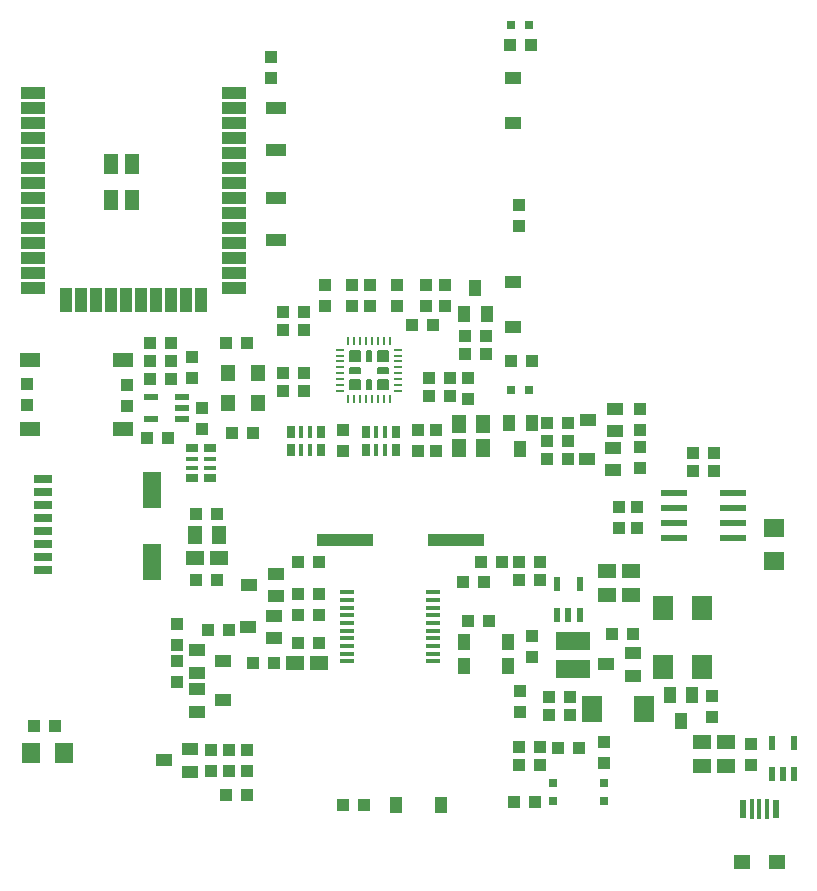
<source format=gbr>
G04 #@! TF.GenerationSoftware,KiCad,Pcbnew,5.1.5-52549c5~84~ubuntu18.04.1*
G04 #@! TF.CreationDate,2020-03-18T15:45:27+02:00*
G04 #@! TF.ProjectId,ESP32-EVB_Rev_I,45535033-322d-4455-9642-5f5265765f49,I*
G04 #@! TF.SameCoordinates,Original*
G04 #@! TF.FileFunction,Paste,Top*
G04 #@! TF.FilePolarity,Positive*
%FSLAX46Y46*%
G04 Gerber Fmt 4.6, Leading zero omitted, Abs format (unit mm)*
G04 Created by KiCad (PCBNEW 5.1.5-52549c5~84~ubuntu18.04.1) date 2020-03-18 15:45:27*
%MOMM*%
%LPD*%
G04 APERTURE LIST*
%ADD10C,0.200000*%
%ADD11R,1.500000X3.100000*%
%ADD12R,1.500000X0.800000*%
%ADD13R,1.778000X1.270000*%
%ADD14R,2.200000X0.600000*%
%ADD15R,1.200000X1.400000*%
%ADD16R,1.016000X1.016000*%
%ADD17R,0.500000X1.650000*%
%ADD18R,0.396120X1.721120*%
%ADD19R,1.354000X1.254000*%
%ADD20R,1.524000X1.270000*%
%ADD21R,1.778000X2.286000*%
%ADD22R,1.400000X1.000000*%
%ADD23R,1.524000X1.778000*%
%ADD24R,1.778000X1.524000*%
%ADD25R,4.826000X1.100000*%
%ADD26R,1.700000X2.000000*%
%ADD27R,1.778000X1.016000*%
%ADD28R,0.800000X0.800000*%
%ADD29R,1.270000X1.524000*%
%ADD30R,0.230000X0.780000*%
%ADD31R,0.780000X0.230000*%
%ADD32R,1.270000X0.325000*%
%ADD33R,2.101600X1.001600*%
%ADD34R,1.001600X2.101600*%
%ADD35R,1.200000X1.800000*%
%ADD36R,1.016000X0.381000*%
%ADD37R,1.016000X0.635000*%
%ADD38R,0.381000X1.016000*%
%ADD39R,0.635000X1.016000*%
%ADD40R,0.550000X1.200000*%
%ADD41R,1.000000X1.400000*%
%ADD42R,1.200000X0.550000*%
%ADD43R,3.000000X1.600000*%
G04 APERTURE END LIST*
D10*
X101549000Y-97244000D02*
X101549000Y-96444000D01*
X100749000Y-97244000D02*
X101549000Y-97244000D01*
X100749000Y-96444000D02*
X100749000Y-97244000D01*
X101549000Y-96444000D02*
X100749000Y-96444000D01*
X101549000Y-96544000D02*
X100749000Y-96544000D01*
X101549000Y-96644000D02*
X100749000Y-96644000D01*
X101549000Y-96744000D02*
X100749000Y-96744000D01*
X101549000Y-96844000D02*
X100749000Y-96844000D01*
X101549000Y-96944000D02*
X100749000Y-96944000D01*
X101549000Y-97044000D02*
X100749000Y-97044000D01*
X101549000Y-97144000D02*
X100749000Y-97144000D01*
X99149000Y-97144000D02*
X98349000Y-97144000D01*
X99149000Y-97044000D02*
X98349000Y-97044000D01*
X99149000Y-96944000D02*
X98349000Y-96944000D01*
X99149000Y-96844000D02*
X98349000Y-96844000D01*
X99149000Y-96744000D02*
X98349000Y-96744000D01*
X99149000Y-96644000D02*
X98349000Y-96644000D01*
X99149000Y-96544000D02*
X98349000Y-96544000D01*
X99149000Y-96444000D02*
X98349000Y-96444000D01*
X98349000Y-96444000D02*
X98349000Y-97244000D01*
X98349000Y-97244000D02*
X99149000Y-97244000D01*
X99149000Y-97244000D02*
X99149000Y-96444000D01*
X101549000Y-99544000D02*
X100749000Y-99544000D01*
X101549000Y-99444000D02*
X100749000Y-99444000D01*
X101549000Y-99344000D02*
X100749000Y-99344000D01*
X101549000Y-99244000D02*
X100749000Y-99244000D01*
X101549000Y-99144000D02*
X100749000Y-99144000D01*
X101549000Y-99044000D02*
X100749000Y-99044000D01*
X101549000Y-98944000D02*
X100749000Y-98944000D01*
X101549000Y-98844000D02*
X100749000Y-98844000D01*
X100749000Y-98844000D02*
X100749000Y-99644000D01*
X100749000Y-99644000D02*
X101549000Y-99644000D01*
X101549000Y-99644000D02*
X101549000Y-98844000D01*
X99149000Y-99644000D02*
X99149000Y-98844000D01*
X98349000Y-99644000D02*
X99149000Y-99644000D01*
X98349000Y-98844000D02*
X98349000Y-99644000D01*
X99149000Y-98844000D02*
X98349000Y-98844000D01*
X99149000Y-98944000D02*
X98349000Y-98944000D01*
X99149000Y-99044000D02*
X98349000Y-99044000D01*
X99149000Y-99144000D02*
X98349000Y-99144000D01*
X99149000Y-99244000D02*
X98349000Y-99244000D01*
X99149000Y-99344000D02*
X98349000Y-99344000D01*
X99149000Y-99444000D02*
X98349000Y-99444000D01*
X99149000Y-99544000D02*
X98349000Y-99544000D01*
X99749000Y-96444000D02*
X100149000Y-96444000D01*
X99749000Y-97244000D02*
X99749000Y-96444000D01*
X100149000Y-97244000D02*
X99749000Y-97244000D01*
X100149000Y-96444000D02*
X100149000Y-97244000D01*
X100049000Y-96444000D02*
X100049000Y-97244000D01*
X99949000Y-96444000D02*
X99949000Y-97244000D01*
X99849000Y-96444000D02*
X99849000Y-97244000D01*
X99849000Y-98844000D02*
X99849000Y-99644000D01*
X99949000Y-98844000D02*
X99949000Y-99644000D01*
X100049000Y-98844000D02*
X100049000Y-99644000D01*
X100149000Y-98844000D02*
X100149000Y-99644000D01*
X100149000Y-99644000D02*
X99749000Y-99644000D01*
X99749000Y-99644000D02*
X99749000Y-98844000D01*
X99749000Y-98844000D02*
X100149000Y-98844000D01*
X101549000Y-98244000D02*
X101549000Y-97844000D01*
X100749000Y-98244000D02*
X101549000Y-98244000D01*
X100749000Y-97844000D02*
X100749000Y-98244000D01*
X101549000Y-97844000D02*
X100749000Y-97844000D01*
X101549000Y-97944000D02*
X100749000Y-97944000D01*
X100749000Y-98044000D02*
X101549000Y-98044000D01*
X101549000Y-98144000D02*
X100749000Y-98144000D01*
X99149000Y-98144000D02*
X98349000Y-98144000D01*
X98349000Y-98044000D02*
X99149000Y-98044000D01*
X99149000Y-97944000D02*
X98349000Y-97944000D01*
X99149000Y-97844000D02*
X98349000Y-97844000D01*
X98349000Y-97844000D02*
X98349000Y-98244000D01*
X98349000Y-98244000D02*
X99149000Y-98244000D01*
X99149000Y-98244000D02*
X99149000Y-97844000D01*
D11*
X81577000Y-114275000D03*
X81577000Y-108215000D03*
D12*
X72327000Y-107275000D03*
X72327000Y-108375000D03*
X72327000Y-109475000D03*
X72327000Y-110575000D03*
X72327000Y-111675000D03*
X72327000Y-112775000D03*
X72327000Y-113875000D03*
X72327000Y-114975000D03*
D13*
X71247000Y-102997000D03*
X79121000Y-102997000D03*
X71247000Y-97155000D03*
X79121000Y-97155000D03*
D14*
X130770000Y-108458000D03*
X130770000Y-109728000D03*
X130770000Y-110998000D03*
X130770000Y-112268000D03*
X125770000Y-112268000D03*
X125770000Y-110998000D03*
X125770000Y-109728000D03*
X125770000Y-108458000D03*
D15*
X88011000Y-100838000D03*
X88011000Y-98298000D03*
X90551000Y-98298000D03*
X90551000Y-100838000D03*
D16*
X85344000Y-115824000D03*
X87122000Y-115824000D03*
D17*
X131612500Y-135153000D03*
D18*
X132350000Y-135153000D03*
X133000000Y-135153000D03*
X133650000Y-135153000D03*
D17*
X134387500Y-135153000D03*
D19*
X131500000Y-139703000D03*
X134500000Y-139703000D03*
D20*
X130175000Y-131572000D03*
X130175000Y-129540000D03*
D16*
X104775000Y-92583000D03*
X104775000Y-90805000D03*
D21*
X118854000Y-126746000D03*
X123208000Y-126746000D03*
D16*
X83693000Y-121285000D03*
X83693000Y-119507000D03*
X83693000Y-124460000D03*
X83693000Y-122682000D03*
D22*
X87587000Y-122682000D03*
X85387000Y-123632000D03*
X85387000Y-121732000D03*
X87587000Y-125984000D03*
X85387000Y-126934000D03*
X85387000Y-125034000D03*
D16*
X86360000Y-120015000D03*
X88138000Y-120015000D03*
D20*
X120142000Y-115062000D03*
X120142000Y-117094000D03*
X122174000Y-115062000D03*
X122174000Y-117094000D03*
D16*
X112649000Y-114300000D03*
X114427000Y-114300000D03*
X112649000Y-115824000D03*
X114427000Y-115824000D03*
X119888000Y-129540000D03*
X119888000Y-131318000D03*
X86614000Y-131953000D03*
X86614000Y-130175000D03*
X88138000Y-131953000D03*
X88138000Y-130175000D03*
X84963000Y-96901000D03*
X84963000Y-98679000D03*
D23*
X74168000Y-130429000D03*
X71374000Y-130429000D03*
D16*
X127381000Y-105029000D03*
X129159000Y-105029000D03*
X127381000Y-106553000D03*
X129159000Y-106553000D03*
D24*
X134239000Y-111379000D03*
X134239000Y-114173000D03*
D16*
X83185000Y-98806000D03*
X81407000Y-98806000D03*
X81407000Y-97282000D03*
X83185000Y-97282000D03*
X93980000Y-118745000D03*
X95758000Y-118745000D03*
X129032000Y-127381000D03*
X129032000Y-125603000D03*
D25*
X97917000Y-112395000D03*
X107315000Y-112395000D03*
D26*
X128143000Y-123150000D03*
X128143000Y-118150000D03*
D16*
X79502000Y-99314000D03*
X79502000Y-101092000D03*
X73406000Y-128143000D03*
X71628000Y-128143000D03*
X122682000Y-111379000D03*
X122682000Y-109601000D03*
X121158000Y-111379000D03*
X121158000Y-109601000D03*
X110109000Y-119253000D03*
X108331000Y-119253000D03*
X93980000Y-121158000D03*
X95758000Y-121158000D03*
X111252000Y-114300000D03*
X109474000Y-114300000D03*
X93980000Y-114300000D03*
X95758000Y-114300000D03*
D27*
X92075000Y-75819000D03*
X92075000Y-79375000D03*
X92075000Y-86995000D03*
X92075000Y-83439000D03*
D16*
X85344000Y-110236000D03*
X87122000Y-110236000D03*
X93980000Y-116967000D03*
X95758000Y-116967000D03*
X113792000Y-122301000D03*
X113792000Y-120523000D03*
X92710000Y-93091000D03*
X94488000Y-93091000D03*
X106807000Y-100203000D03*
X105029000Y-100203000D03*
X89662000Y-95758000D03*
X87884000Y-95758000D03*
X107950000Y-115951000D03*
X109728000Y-115951000D03*
X90170000Y-103378000D03*
X88392000Y-103378000D03*
X100076000Y-92583000D03*
X100076000Y-90805000D03*
X102362000Y-92583000D03*
X102362000Y-90805000D03*
X96266000Y-92583000D03*
X96266000Y-90805000D03*
X98552000Y-92583000D03*
X98552000Y-90805000D03*
X112649000Y-85852000D03*
X112649000Y-84074000D03*
X91694000Y-71501000D03*
X91694000Y-73279000D03*
X85852000Y-101219000D03*
X85852000Y-102997000D03*
X97790000Y-134874000D03*
X99568000Y-134874000D03*
X112776000Y-127000000D03*
X112776000Y-125222000D03*
X89662000Y-130175000D03*
X89662000Y-131953000D03*
X89662000Y-133985000D03*
X87884000Y-133985000D03*
X122301000Y-120396000D03*
X120523000Y-120396000D03*
X81153000Y-103759000D03*
X82931000Y-103759000D03*
X83185000Y-95758000D03*
X81407000Y-95758000D03*
X111887000Y-70485000D03*
X113665000Y-70485000D03*
X108077000Y-95123000D03*
X109855000Y-95123000D03*
X108077000Y-96647000D03*
X109855000Y-96647000D03*
X112014000Y-97282000D03*
X113792000Y-97282000D03*
X122936000Y-103124000D03*
X122936000Y-101346000D03*
X122936000Y-104521000D03*
X122936000Y-106299000D03*
D28*
X119888000Y-132969000D03*
X119888000Y-134493000D03*
X113538000Y-68834000D03*
X112014000Y-68834000D03*
X113538000Y-99695000D03*
X112014000Y-99695000D03*
D26*
X124841000Y-118150000D03*
X124841000Y-123150000D03*
D16*
X105029000Y-98679000D03*
X106807000Y-98679000D03*
X92710000Y-98298000D03*
X94488000Y-98298000D03*
X92710000Y-99822000D03*
X94488000Y-99822000D03*
X92710000Y-94615000D03*
X94488000Y-94615000D03*
X105410000Y-94234000D03*
X103632000Y-94234000D03*
X97790000Y-104902000D03*
X97790000Y-103124000D03*
X108331000Y-98679000D03*
X108331000Y-100457000D03*
X106426000Y-92583000D03*
X106426000Y-90805000D03*
D29*
X87249000Y-112014000D03*
X85217000Y-112014000D03*
D16*
X104140000Y-103124000D03*
X104140000Y-104902000D03*
X105664000Y-103124000D03*
X105664000Y-104902000D03*
X116967000Y-127254000D03*
X115189000Y-127254000D03*
X116967000Y-125730000D03*
X115189000Y-125730000D03*
X91948000Y-122809000D03*
X90170000Y-122809000D03*
D20*
X128143000Y-131572000D03*
X128143000Y-129540000D03*
D30*
X98199000Y-95594000D03*
X98699000Y-95594000D03*
X99199000Y-95594000D03*
X99699000Y-95594000D03*
X100199000Y-95594000D03*
X100699000Y-95594000D03*
X101199000Y-95594000D03*
X101699000Y-95594000D03*
D31*
X102399000Y-96294000D03*
X102399000Y-96794000D03*
X102399000Y-97294000D03*
X102399000Y-97794000D03*
X102399000Y-98294000D03*
X102399000Y-98794000D03*
X102399000Y-99294000D03*
X102399000Y-99794000D03*
D30*
X101699000Y-100494000D03*
X101199000Y-100494000D03*
X100699000Y-100494000D03*
X100199000Y-100494000D03*
X99699000Y-100494000D03*
X99199000Y-100494000D03*
X98699000Y-100494000D03*
X98199000Y-100494000D03*
D31*
X97499000Y-99794000D03*
X97499000Y-99294000D03*
X97499000Y-98794000D03*
X97499000Y-98294000D03*
X97499000Y-97794000D03*
X97499000Y-97294000D03*
X97499000Y-96794000D03*
X97499000Y-96294000D03*
D32*
X105346500Y-122686000D03*
X105346500Y-122036000D03*
X105346500Y-121386000D03*
X105346500Y-120736000D03*
X105346500Y-120086000D03*
X105346500Y-119436000D03*
X105346500Y-118786000D03*
X105346500Y-118136000D03*
X105346500Y-117486000D03*
X105346500Y-116836000D03*
X98107500Y-116836000D03*
X98107500Y-117486000D03*
X98107500Y-118136000D03*
X98107500Y-118786000D03*
X98107500Y-119436000D03*
X98107500Y-120086000D03*
X98107500Y-120736000D03*
X98107500Y-121386000D03*
X98107500Y-122036000D03*
X98107500Y-122686000D03*
D33*
X88510000Y-74573000D03*
X88510000Y-75843000D03*
X88510000Y-77113000D03*
X88510000Y-78383000D03*
X88510000Y-79653000D03*
X88510000Y-80923000D03*
X88510000Y-82193000D03*
X88510000Y-83463000D03*
X88510000Y-84733000D03*
X88510000Y-86003000D03*
X88510000Y-87273000D03*
X88510000Y-88543000D03*
X88510000Y-89813000D03*
X88510000Y-91083000D03*
D34*
X85740000Y-92083000D03*
X84470000Y-92083000D03*
X83200000Y-92083000D03*
X81930000Y-92083000D03*
X80660000Y-92083000D03*
X79390000Y-92083000D03*
X78120000Y-92083000D03*
X76850000Y-92083000D03*
X75580000Y-92083000D03*
X74310000Y-92083000D03*
D33*
X71510000Y-91083000D03*
X71510000Y-89813000D03*
X71510000Y-88543000D03*
X71510000Y-87273000D03*
X71510000Y-86003000D03*
X71510000Y-84733000D03*
X71510000Y-83463000D03*
X71510000Y-82193000D03*
X71510000Y-80923000D03*
X71510000Y-79653000D03*
X71510000Y-78383000D03*
X71510000Y-77113000D03*
X71510000Y-75843000D03*
X71510000Y-74573000D03*
D35*
X78110000Y-80583000D03*
X78110000Y-83583000D03*
X79910000Y-80583000D03*
X79910000Y-83583000D03*
D36*
X84963000Y-106299000D03*
X84963000Y-105537000D03*
X86487000Y-106299000D03*
X86487000Y-105537000D03*
D37*
X84963000Y-107188000D03*
X86487000Y-107188000D03*
X84963000Y-104648000D03*
X86487000Y-104648000D03*
D38*
X94996000Y-104775000D03*
X94234000Y-104775000D03*
X94996000Y-103251000D03*
X94234000Y-103251000D03*
D39*
X95885000Y-104775000D03*
X95885000Y-103251000D03*
X93345000Y-104775000D03*
X93345000Y-103251000D03*
D38*
X100584000Y-103251000D03*
X101346000Y-103251000D03*
X100584000Y-104775000D03*
X101346000Y-104775000D03*
D39*
X99695000Y-103251000D03*
X99695000Y-104775000D03*
X102235000Y-103251000D03*
X102235000Y-104775000D03*
D40*
X115890000Y-118775000D03*
X116840000Y-118775000D03*
X117790000Y-118775000D03*
X115890000Y-116175000D03*
X117790000Y-116175000D03*
D22*
X120741440Y-103184960D03*
X120741440Y-101282500D03*
X118531640Y-102237540D03*
X92039440Y-117154960D03*
X92039440Y-115252500D03*
X89829640Y-116207540D03*
X91912440Y-120710960D03*
X91912440Y-118808500D03*
X89702640Y-119763540D03*
X84800440Y-132013960D03*
X84800440Y-130111500D03*
X82590640Y-131066540D03*
D41*
X108016040Y-93309440D03*
X109918500Y-93309440D03*
X108963460Y-91099640D03*
D22*
X112141000Y-73284000D03*
X112141000Y-77084000D03*
X112141000Y-90556000D03*
X112141000Y-94356000D03*
D41*
X106040000Y-134874000D03*
X102240000Y-134874000D03*
X127314960Y-125511560D03*
X125412500Y-125511560D03*
X126367540Y-127721360D03*
D22*
X122265440Y-123885960D03*
X122265440Y-121983500D03*
X120055640Y-122938540D03*
D42*
X84104000Y-102169000D03*
X84104000Y-101219000D03*
X84104000Y-100269000D03*
X81504000Y-102169000D03*
X81504000Y-100269000D03*
D20*
X87249000Y-113919000D03*
X85217000Y-113919000D03*
D29*
X107569000Y-104648000D03*
X107569000Y-102616000D03*
D20*
X95758000Y-122809000D03*
X93726000Y-122809000D03*
D43*
X117221000Y-123374000D03*
X117221000Y-120974000D03*
D16*
X115062000Y-102489000D03*
X116840000Y-102489000D03*
D41*
X113725960Y-102524560D03*
X111823500Y-102524560D03*
X112778540Y-104734360D03*
D22*
X120614440Y-106486960D03*
X120614440Y-104584500D03*
X118404640Y-105539540D03*
D29*
X109601000Y-102616000D03*
X109601000Y-104648000D03*
D16*
X115062000Y-105537000D03*
X116840000Y-105537000D03*
X115062000Y-104013000D03*
X116840000Y-104013000D03*
D28*
X115570000Y-132969000D03*
X115570000Y-134493000D03*
D16*
X115951000Y-130048000D03*
X117729000Y-130048000D03*
D40*
X134051000Y-132237000D03*
X135001000Y-132237000D03*
X135951000Y-132237000D03*
X134051000Y-129637000D03*
X135951000Y-129637000D03*
D16*
X132334000Y-129667000D03*
X132334000Y-131445000D03*
X112268000Y-134620000D03*
X114046000Y-134620000D03*
D41*
X111755000Y-123063000D03*
X107955000Y-123063000D03*
X107955000Y-121031000D03*
X111755000Y-121031000D03*
D16*
X112649000Y-131445000D03*
X114427000Y-131445000D03*
X112649000Y-129921000D03*
X114427000Y-129921000D03*
X70993000Y-99187000D03*
X70993000Y-100965000D03*
M02*

</source>
